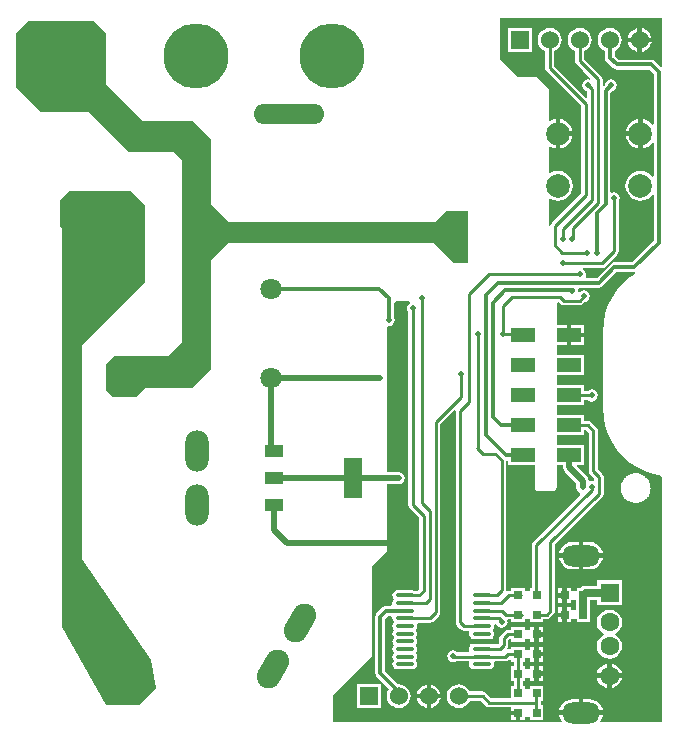
<source format=gbl>
%FSTAX23Y23*%
%MOIN*%
%SFA1B1*%

%IPPOS*%
%AMD61*
4,1,4,-0.048800,-0.005900,0.019300,-0.045200,0.048800,0.005900,-0.019300,0.045200,-0.048800,-0.005900,0.0*
1,1,0.078740,-0.014700,-0.025500*
1,1,0.078740,0.014700,0.025500*
%
%AMD62*
4,1,4,-0.019300,-0.045200,0.048800,-0.005900,0.019300,0.045200,-0.048800,0.005900,-0.019300,-0.045200,0.0*
1,1,0.078740,0.014800,-0.025500*
1,1,0.078740,-0.014800,0.025500*
%
%ADD13C,0.011810*%
%ADD24R,0.025000X0.030000*%
%ADD52C,0.020000*%
%ADD53C,0.019680*%
%ADD54C,0.010000*%
%ADD55C,0.027560*%
%ADD57C,0.062990*%
%ADD58R,0.062990X0.062990*%
%ADD59O,0.125980X0.070870*%
%ADD60O,0.078740X0.137800*%
G04~CAMADD=61~3~0.0~0.0~787.4~1378.0~0.0~0.0~0~0.0~0.0~0.0~0.0~0~0.0~0.0~0.0~0.0~0~0.0~0.0~0.0~150.0~1080.0~1298.0*
%ADD61D61*%
G04~CAMADD=62~3~0.0~0.0~787.4~1378.0~0.0~0.0~0~0.0~0.0~0.0~0.0~0~0.0~0.0~0.0~0.0~0~0.0~0.0~0.0~210.0~1080.0~1298.0*
%ADD62D62*%
%ADD63O,0.236220X0.066930*%
%ADD64C,0.086610*%
%ADD65C,0.070870*%
%ADD66C,0.078740*%
%ADD67R,0.060000X0.060000*%
%ADD68C,0.060000*%
%ADD70C,0.019680*%
%ADD71R,0.061020X0.043310*%
%ADD72R,0.061020X0.135830*%
%ADD73R,0.061020X0.043310*%
%ADD74R,0.078740X0.047240*%
%ADD75O,0.062990X0.011810*%
%ADD76C,0.216540*%
%LN86ÐÍzigbeeÖÇÄÜ²å×ù°å-1*%
%LPD*%
G36*
X0584Y0482D02*
X05835Y04818D01*
X05815Y04838*
X0581Y04841*
X05804Y04843*
X05695*
X05682Y04856*
Y04872*
X05686Y04874*
X05694Y0488*
X057Y04888*
X05704Y04898*
X05706Y04909*
X05704Y04919*
X057Y04929*
X05694Y04937*
X05686Y04943*
X05676Y04947*
X05666Y04949*
X05655Y04947*
X05645Y04943*
X05637Y04937*
X05631Y04929*
X05627Y04919*
X05625Y04909*
X05627Y04898*
X05631Y04888*
X05637Y0488*
X05645Y04874*
X05649Y04872*
Y0485*
X05651Y04843*
X05654Y04838*
X05677Y04815*
X05682Y04812*
X05689Y0481*
X05797*
X05812Y04795*
Y04628*
X05807Y04626*
X05803Y04631*
X05793Y04639*
X05781Y04644*
X05776Y04644*
Y04596*
Y04547*
X05781Y04548*
X05793Y04553*
X05803Y0456*
X05807Y04565*
X05812Y04564*
Y04454*
X05807Y04453*
X05803Y04458*
X05793Y04466*
X05781Y04471*
X05768Y04472*
X05755Y04471*
X05743Y04466*
X05733Y04458*
X05725Y04447*
X0572Y04435*
X05718Y04422*
X0572Y0441*
X05725Y04398*
X05733Y04387*
X05743Y04379*
X05755Y04374*
X05768Y04373*
X05781Y04374*
X05793Y04379*
X05803Y04387*
X05807Y04392*
X05812Y04391*
Y04239*
X0574Y04167*
X05681*
X05674Y04165*
X05669Y04162*
X05623Y04116*
X05588*
X05585Y0412*
X05585Y04121*
X05586Y04127*
X05585Y04132*
X05585Y04132*
X05584Y04134*
X0558Y04141*
X05576Y04143*
X05578Y04148*
X0564*
X05645Y04149*
X0565Y04153*
X0569Y04193*
X05694Y04198*
X05695Y04204*
Y04369*
X05697Y04373*
X05699Y04381*
X05697Y04388*
X05693Y04395*
X05686Y04399*
X05679Y04401*
X05673Y044*
X05668Y04403*
Y04732*
X05673Y04737*
X05677Y04738*
X05684Y04742*
X05688Y04749*
X0569Y04757*
X05688Y04764*
X05684Y04771*
X05677Y04775*
X0567Y04777*
X05662Y04775*
X05655Y04771*
X05651Y04764*
X0565Y0476*
X05646Y04756*
X05642Y04758*
Y04777*
X05641Y04782*
X05637Y04787*
X05581Y04844*
Y04872*
X05586Y04874*
X05594Y0488*
X056Y04888*
X05604Y04898*
X05606Y04909*
X05604Y04919*
X056Y04929*
X05594Y04937*
X05586Y04943*
X05576Y04947*
X05566Y04949*
X05555Y04947*
X05545Y04943*
X05537Y04937*
X05531Y04929*
X05527Y04919*
X05525Y04909*
X05527Y04898*
X05531Y04888*
X05537Y0488*
X05545Y04874*
X0555Y04872*
Y04838*
X05551Y04832*
X05555Y04827*
X05601Y0478*
X05599Y04776*
X05594Y04777*
X05586Y04775*
X05579Y04771*
X05575Y04764*
X05573Y04757*
X05575Y04749*
X05579Y04742*
X05586Y04738*
X05591Y04737*
Y04718*
X05587Y04716*
X05481Y04822*
Y04872*
X05486Y04874*
X05494Y0488*
X055Y04888*
X05504Y04898*
X05506Y04909*
X05504Y04919*
X055Y04929*
X05494Y04937*
X05486Y04943*
X05476Y04947*
X05466Y04949*
X05455Y04947*
X05445Y04943*
X05437Y04937*
X05431Y04929*
X05427Y04919*
X05425Y04909*
X05427Y04898*
X05431Y04888*
X05437Y0488*
X05445Y04874*
X0545Y04872*
Y04816*
X05451Y0481*
X05455Y04805*
X05571Y04688*
Y04398*
X05472Y04298*
X05468Y04293*
X05468Y04289*
X05463Y04289*
Y04378*
X05467Y0438*
X05468Y04379*
X0548Y04374*
X05493Y04373*
X05506Y04374*
X05518Y04379*
X05528Y04387*
X05536Y04398*
X05541Y0441*
X05542Y04422*
X05541Y04435*
X05536Y04447*
X05528Y04458*
X05518Y04466*
X05506Y04471*
X05493Y04472*
X0548Y04471*
X05468Y04466*
X05467Y04465*
X05463Y04467*
Y04551*
X05467Y04553*
X05468Y04553*
X0548Y04548*
X05485Y04547*
Y04596*
Y04644*
X0548Y04644*
X05468Y04639*
X05467Y04638*
X05463Y0464*
Y04745*
X05423Y04785*
X05361*
X05301Y04845*
Y04983*
X05301Y04983*
X0584*
Y0482*
G37*
G36*
X03945Y04971D02*
X03988Y04928D01*
Y04762*
X04111Y04639*
X04277*
X04336Y0458*
Y0436*
X04395Y04302*
X05084*
X05119Y04337*
X05193*
Y04164*
X05146*
X05076Y04233*
X04393*
X04336Y04176*
Y0381*
X04274Y03748*
X04117*
X04088Y03719*
X04011*
X03988Y03742*
Y03828*
X04014Y03854*
X04194*
X0424Y039*
Y0451*
X04214Y04536*
X0406*
X03929Y04667*
X03769*
X03687Y04749*
Y04932*
X03726Y04971*
X03945*
G37*
G36*
X05751Y0413D02*
X05732Y04117D01*
X05709Y04097*
X0569Y04075*
X05673Y0405*
X0566Y04024*
X0565Y03996*
X05645Y03966*
X05643Y03937*
X05643*
Y03681*
X05643*
X05645Y03651*
X0565Y03622*
X0566Y03594*
X05673Y03567*
X0569Y03542*
X05709Y0352*
X05732Y035*
X05756Y03484*
X05783Y03471*
X05811Y03461*
X05832Y03457*
X05832Y03457*
X05834Y03456*
X05837Y03454*
X05839Y03451*
X0584Y03448*
X0584*
Y02634*
X05636*
X05634Y02639*
X05637Y02643*
X05642Y02654*
X05642Y02658*
X0557*
X05498*
X05498Y02654*
X05503Y02643*
X05506Y02639*
X05504Y02634*
X04744*
Y02725*
X04873Y02854*
Y02855*
X04873Y02855*
X04874Y0286*
Y03147*
Y03151*
X04873Y03152*
X04875Y03157*
X04924Y03206*
Y03428*
X0496*
X04962Y03427*
X04969Y03429*
X04969Y03429*
X0497Y03429*
X04977Y03433*
X04981Y0344*
X04983Y03448*
X04981Y03456*
X04977Y03462*
X0497Y03466*
X04962Y03468*
X04924*
Y03951*
X04927Y03954*
X04929Y03954*
X04936Y03956*
X04943Y0396*
X04947Y03967*
X04949Y03975*
X04947Y03982*
X04945Y03986*
Y0403*
X04953Y04038*
X04998*
X04999Y04033*
X04995Y0403*
X04991Y04023*
X04989Y04016*
X04991Y04008*
X04994Y04003*
Y03358*
X04995Y03352*
X04999Y03347*
X0503Y03316*
Y03079*
X05024Y03073*
X05012*
X05008Y03074*
X04957*
X0495Y03073*
X04945Y03069*
X04942Y03064*
X0494Y03058*
X04942Y03051*
X04944Y03049*
X04945Y03045*
X04944Y03041*
X04942Y03038*
X0494Y03032*
X04941Y03028*
X04938Y03023*
X0492*
X04914Y03021*
X04909Y03018*
X04888Y02997*
X04885Y02992*
X04883Y02986*
Y02798*
X04885Y02791*
X04888Y02786*
X0493Y02744*
X04928Y02742*
X04924Y02732*
X04922Y02722*
X04924Y02711*
X04928Y02701*
X04934Y02693*
X04942Y02687*
X04952Y02683*
X04963Y02681*
X04973Y02683*
X04983Y02687*
X04991Y02693*
X04997Y02701*
X05001Y02711*
X05003Y02722*
X05001Y02732*
X04997Y02742*
X04991Y0275*
X04983Y02756*
X04973Y0276*
X04963Y02762*
X04959Y02761*
X04916Y02804*
Y02979*
X04927Y0299*
X04938*
X04941Y02985*
X0494Y02981*
X04942Y02975*
X04945Y02969*
X04944Y02964*
X04942Y02962*
X0494Y02955*
X04942Y02949*
X04944Y02946*
X04945Y02943*
X04944Y02939*
X04942Y02936*
X0494Y0293*
X04942Y02924*
X04945Y02918*
Y02916*
X04942Y0291*
X0494Y02904*
X04942Y02898*
X04944Y02895*
X04945Y02891*
X04944Y02888*
X04942Y02885*
X0494Y02879*
X04942Y02872*
X04945Y02867*
Y02864*
X04942Y02859*
X0494Y02853*
X04942Y02847*
X04944Y02844*
X04945Y0284*
X04944Y02836*
X04942Y02834*
X0494Y02827*
X04942Y02821*
X04945Y02816*
X0495Y02812*
X04957Y02811*
X05008*
X05014Y02812*
X05019Y02816*
X05023Y02821*
X05024Y02827*
X05023Y02834*
X05021Y02836*
X0502Y0284*
X05021Y02844*
X05023Y02847*
X05024Y02853*
X05023Y02859*
X05019Y02864*
Y02867*
X05023Y02872*
X05024Y02879*
X05023Y02885*
X05021Y02888*
X0502Y02891*
X05021Y02895*
X05023Y02898*
X05024Y02904*
X05023Y0291*
X05019Y02916*
Y02918*
X05023Y02924*
X05024Y0293*
X05023Y02936*
X05021Y02939*
X0502Y02943*
X05021Y02946*
X05023Y02949*
X05024Y02955*
X05023Y02961*
X05026Y02966*
X05066*
X05072Y02967*
X05077Y0297*
X05096Y0299*
X051Y02995*
X05101Y03001*
Y03628*
X05148Y03675*
X05153Y03673*
X05152Y03671*
Y02967*
X05153Y02961*
X05157Y02956*
X05168Y02944*
X05173Y02941*
X05179Y0294*
X05195*
X05198Y02935*
X05197Y0293*
X05198Y02924*
X05202Y02918*
Y02916*
X05199Y02912*
X05239*
X05278*
X05276Y02916*
Y02918*
X05279Y02924*
X05281Y0293*
X05279Y02936*
X05277Y02939*
X05276Y02943*
X05277Y02946*
X05279Y02949*
X05281Y02955*
X0528Y02958*
X05284Y02962*
X05286Y02962*
X05286Y02962*
X0529Y02955*
X05297Y02951*
X05305Y02949*
X05312Y02951*
X05319Y02955*
X05323Y02962*
X05325Y0297*
X05324Y02973*
X05327Y02977*
X05337*
Y02967*
X05382*
Y02977*
X05399*
Y02967*
X05444*
Y02977*
X05456*
X05461Y02978*
X05466Y02982*
X05478Y02994*
X05482Y02999*
X05483Y03004*
Y03227*
X0564Y03385*
X05643Y03389*
X05645Y03395*
Y03453*
X05643Y03459*
X0564Y03463*
X05626Y03478*
Y03606*
X05625Y03612*
X05621Y03617*
X05603Y03635*
X05598Y03639*
X05592Y0364*
X0558*
Y03658*
X05489*
Y03691*
X0558*
Y03709*
X05591*
Y03709*
X05598Y03705*
X05606Y03703*
X05613Y03705*
X0562Y03709*
X05624Y03716*
X05626Y03724*
X05624Y03731*
X0562Y03738*
X05613Y03742*
X05606Y03744*
X05598Y03742*
X05594Y0374*
X0558*
Y03758*
X05489*
Y03791*
X0558*
Y03858*
X05489*
Y03891*
X05523*
Y03925*
Y03958*
X05489*
Y04032*
X05493Y04034*
X05496Y04034*
X05502Y04029*
X05507Y04025*
X05513Y04024*
X05565*
X0557Y04025*
X05575Y04029*
X0558Y04034*
X05586Y04035*
X05593Y04039*
X05597Y04046*
X05599Y04054*
X05597Y04061*
X05593Y04068*
X05586Y04072*
X05579Y04074*
X05571Y04072*
X05565Y04068*
X05562Y0407*
X0556Y04071*
X05561Y04073*
X0556Y04078*
X05563Y04083*
X0563*
X05636Y04085*
X05641Y04088*
X05687Y04134*
X05747*
X05749Y04135*
X05751Y0413*
G37*
G36*
X05595Y03599D02*
Y03472D01*
X05596Y03466*
X056Y03461*
X05613Y03447*
X05613Y03442*
X05609Y03439*
X05605Y0344*
X056Y03439*
X05599Y03439*
X05594Y03442*
X05594Y03442*
X05593Y03447*
X05589Y03454*
X05556Y03486*
X05558Y03491*
X0558*
Y03558*
X05489*
Y03591*
X0558*
Y03609*
X05585*
X05595Y03599*
G37*
G36*
X05327Y03504D02*
Y03491D01*
X05416*
Y03417*
X05417Y03413*
X0542Y03409*
X05424Y03406*
X05429Y03405*
X05477*
X05481Y03406*
X05485Y03409*
X05488Y03413*
X05489Y03417*
Y03491*
X0551*
Y03484*
X05512Y03476*
X05516Y03469*
X05554Y03431*
Y03417*
X05556Y03409*
X0556Y03402*
X05566Y03398*
X05567Y03397*
X05568Y03393*
X0541Y03234*
X05406Y03229*
X05405Y03224*
Y03082*
X05399*
Y03072*
X05382*
Y03082*
X05337*
Y03073*
X05329*
X05325Y03072*
X05323Y03072*
X05322Y03073*
X0532Y03075*
Y03503*
X05321Y03504*
X05325Y03506*
X05327Y03504*
G37*
G36*
X04118Y04357D02*
Y04103D01*
X03908Y03893*
Y03178*
X04138Y02843*
X04154Y02749*
X04098Y02693*
X03988*
X03839Y02952*
Y03031*
Y04281*
X03834Y04286*
Y04374*
X03864Y04404*
X04071*
X04118Y04357*
G37*
%LN86ÐÍzigbeeÖÇÄÜ²å×ù°å-2*%
%LPC*%
G36*
X05773Y04948D02*
Y04916D01*
X05805*
X05804Y04919*
X058Y04929*
X05794Y04937*
X05786Y04943*
X05776Y04947*
X05773Y04948*
G37*
G36*
X05758D02*
X05755Y04947D01*
X05745Y04943*
X05737Y04937*
X05731Y04929*
X05727Y04919*
X05726Y04916*
X05758*
Y04948*
G37*
G36*
X05805Y04901D02*
X05773D01*
Y04869*
X05776Y0487*
X05786Y04874*
X05794Y0488*
X058Y04888*
X05804Y04898*
X05805Y04901*
G37*
G36*
X05758D02*
X05726D01*
X05727Y04898*
X05731Y04888*
X05737Y0488*
X05745Y04874*
X05755Y0487*
X05758Y04869*
Y04901*
G37*
G36*
X05406Y04949D02*
X05326D01*
Y04869*
X05406*
Y04949*
G37*
G36*
X05501Y04644D02*
Y04604D01*
X05541*
X05541Y04609*
X05536Y04621*
X05528Y04631*
X05518Y04639*
X05506Y04644*
X05501Y04644*
G37*
G36*
X0576D02*
X05755Y04644D01*
X05743Y04639*
X05733Y04631*
X05725Y04621*
X0572Y04609*
X05719Y04604*
X0576*
Y04644*
G37*
G36*
Y04588D02*
X05719D01*
X0572Y04583*
X05725Y04571*
X05733Y0456*
X05743Y04553*
X05755Y04548*
X0576Y04547*
Y04588*
G37*
G36*
X05541D02*
X05501D01*
Y04547*
X05506Y04548*
X05518Y04553*
X05528Y0456*
X05536Y04571*
X05541Y04583*
X05541Y04588*
G37*
G36*
X0558Y03958D02*
X05538D01*
Y03932*
X0558*
Y03958*
G37*
G36*
Y03917D02*
X05538D01*
Y03891*
X0558*
Y03917*
G37*
G36*
X05752Y03465D02*
X05748Y03465D01*
X05748*
X05748Y03465*
X05747Y03464*
X05746*
X05745Y03464*
X05739Y03463*
X05727Y03458*
X05722Y03455*
X05721Y03454*
X05721Y03454*
X0572Y03453*
X0572Y03453*
X05719Y03453*
X05716Y0345*
X05714Y03448*
X05714Y03447*
X05714Y03447*
X05713Y03446*
X05713Y03446*
X05712Y03445*
X05709Y0344*
X05704Y03428*
X05703Y03422*
X05703Y03421*
Y0342*
X05702Y03419*
X05702Y03419*
Y03419*
X05702Y03415*
X05702Y03411*
Y03411*
X05702Y03411*
X05703Y0341*
Y03409*
X05703Y03408*
X05704Y03402*
X05709Y0339*
X05712Y03385*
X05713Y03384*
X05713Y03384*
X05714Y03383*
X05714Y03383*
X05714Y03383*
X05716Y0338*
X05719Y03377*
X0572Y03377*
X0572Y03377*
X05721Y03376*
X05721Y03376*
X05722Y03375*
X05727Y03372*
X05739Y03367*
X05745Y03366*
X05746Y03366*
X05747*
X05748Y03366*
X05748Y03365*
X05748*
X05752Y03365*
X05756Y03365*
X05756*
X05756Y03366*
X05757Y03366*
X05758*
X05759Y03366*
X05765Y03367*
X05777Y03372*
X05781Y03375*
X05783Y03376*
X05783Y03376*
X05784Y03377*
X05784Y03377*
X05784Y03377*
X05787Y0338*
X0579Y03383*
X0579Y03383*
X0579Y03383*
X0579Y03384*
X05791Y03384*
X05792Y03385*
X05795Y0339*
X058Y03402*
X05801Y03408*
X05801Y03409*
Y0341*
X05801Y03411*
X05801Y03411*
Y03411*
X05802Y03415*
X05801Y03419*
Y03419*
X05801Y03419*
X05801Y0342*
Y03421*
X05801Y03422*
X058Y03428*
X05795Y0344*
X05792Y03445*
X05791Y03446*
X0579Y03446*
X0579Y03447*
X0579Y03447*
X0579Y03448*
X05787Y0345*
X05784Y03453*
X05784Y03453*
X05784Y03453*
X05783Y03454*
X05783Y03454*
X05781Y03455*
X05777Y03458*
X05765Y03463*
X05759Y03464*
X05758Y03464*
X05757*
X05756Y03465*
X05756Y03465*
X05756*
X05752Y03465*
G37*
G36*
X05598Y03235D02*
X05578D01*
Y03197*
X05642*
X05642Y03201*
X05637Y03212*
X0563Y03222*
X0562Y03229*
X05609Y03234*
X05598Y03235*
G37*
G36*
X05562D02*
X05542D01*
X05531Y03234*
X0552Y03229*
X0551Y03222*
X05503Y03212*
X05498Y03201*
X05498Y03197*
X05562*
Y03235*
G37*
G36*
X05642Y03182D02*
X05578D01*
Y03144*
X05598*
X05609Y03145*
X0562Y0315*
X0563Y03157*
X05637Y03167*
X05642Y03178*
X05642Y03182*
G37*
G36*
X05562D02*
X05498D01*
X05498Y03178*
X05503Y03167*
X0551Y03157*
X0552Y0315*
X05531Y03145*
X05542Y03144*
X05562*
Y03182*
G37*
G36*
X05706Y03107D02*
X05623D01*
Y0309*
X05585*
X05575Y03088*
X05568Y03083*
X05567Y03082*
X05555*
Y03072*
X05538*
Y03082*
X05523*
Y03057*
X05516*
X05523*
Y03032*
X05538*
Y03043*
X05552*
Y03007*
X05538*
Y03017*
X05523*
Y02992*
X05516*
X05523*
Y02967*
X05538*
Y02977*
X05555*
Y02967*
X056*
Y02988*
X05601Y02992*
Y03041*
X05623*
Y03024*
X05706*
Y03107*
G37*
G36*
X05508Y03082D02*
X05493D01*
Y03065*
X05508*
Y03082*
G37*
G36*
Y03049D02*
X05493D01*
Y03032*
X05508*
Y03049*
G37*
G36*
Y03017D02*
X05493D01*
Y03*
X05508*
Y03017*
G37*
G36*
Y02984D02*
X05493D01*
Y02967*
X05508*
Y02984*
G37*
G36*
X05414Y02952D02*
X05399D01*
Y02941*
X05382*
Y02952*
X05337*
Y02942*
X05326*
X0532Y02941*
X05315Y02937*
X05302Y02924*
X05298Y02919*
X05297Y02914*
Y02898*
X05293Y02894*
X05282*
X05281Y02896*
X05239*
X05199*
X052Y02895*
X05201Y02891*
X052Y02888*
X05198Y02885*
X05197Y02879*
X05198Y02873*
X05195Y02868*
X05158*
X05158Y02869*
X05151Y02873*
X05144Y02875*
X05136Y02873*
X05129Y02869*
X05125Y02862*
X05123Y02855*
X05125Y02847*
X05129Y0284*
X05136Y02836*
X05144Y02834*
X05151Y02836*
X05154Y02838*
X05195*
X05198Y02833*
X05197Y02827*
X05198Y02821*
X05202Y02816*
X05207Y02812*
X05213Y02811*
X05264*
X05271Y02812*
X05276Y02816*
X05279Y02821*
X05281Y02827*
X0528Y02833*
X05282Y02838*
X05318*
X05324Y02839*
X05329Y02842*
X05332Y02845*
X05337Y02844*
Y02836*
X05345*
Y02821*
X05337*
Y02771*
X05345*
Y02756*
X05337*
Y02715*
X0527*
X05252Y02732*
X05247Y02736*
X05242Y02737*
X05199*
X05197Y02742*
X05191Y0275*
X05183Y02756*
X05173Y0276*
X05163Y02762*
X05152Y0276*
X05142Y02756*
X05134Y0275*
X05128Y02742*
X05124Y02732*
X05122Y02722*
X05124Y02711*
X05128Y02701*
X05134Y02693*
X05142Y02687*
X05152Y02683*
X05163Y02681*
X05173Y02683*
X05183Y02687*
X05191Y02693*
X05197Y02701*
X05199Y02706*
X05235*
X05253Y02689*
X05258Y02685*
X05264Y02684*
X05337*
Y02673*
X0536*
Y02666*
X05367*
Y02641*
X05382*
Y02651*
X05399*
Y02641*
X05444*
Y02691*
X05436*
Y02706*
X05444*
Y02756*
X05399*
Y02746*
X05382*
Y02756*
X05376*
Y02771*
X05382*
Y02781*
X05399*
Y02771*
X05414*
Y02796*
Y02821*
X05399*
Y02811*
X05382*
Y02821*
X05376*
Y02836*
X05382*
Y02847*
X05399*
Y02836*
X05414*
Y02861*
Y02886*
X05399*
Y02876*
X05382*
Y02886*
X05337*
Y02877*
X05326*
X05326Y02877*
X05324Y02879*
X05324Y02881*
X05327Y02886*
X05328Y02892*
Y02907*
X05332Y02911*
X05337Y02911*
Y02902*
X05382*
Y02912*
X05399*
Y02902*
X05414*
Y02927*
Y02952*
G37*
G36*
X05444D02*
X05429D01*
Y02935*
X05444*
Y02952*
G37*
G36*
Y02919D02*
X05429D01*
Y02902*
X05444*
Y02919*
G37*
G36*
Y02886D02*
X05429D01*
Y02869*
X05444*
Y02886*
G37*
G36*
X05665Y03009D02*
X05654Y03008D01*
X05644Y03003*
X05635Y02997*
X05628Y02988*
X05624Y02978*
X05623Y02967*
X05624Y02956*
X05628Y02946*
X05635Y02937*
X05644Y02931*
X05645Y0293*
Y02925*
X05644Y02925*
X05635Y02918*
X05628Y02909*
X05624Y02899*
X05623Y02888*
X05624Y02878*
X05628Y02867*
X05635Y02859*
X05644Y02852*
X05654Y02848*
X05665Y02846*
X05675Y02848*
X05685Y02852*
X05694Y02859*
X05701Y02867*
X05705Y02878*
X05706Y02888*
X05705Y02899*
X05701Y02909*
X05694Y02918*
X05685Y02925*
X05684Y02925*
Y0293*
X05685Y02931*
X05694Y02937*
X05701Y02946*
X05705Y02956*
X05706Y02967*
X05705Y02978*
X05701Y02988*
X05694Y02997*
X05685Y03003*
X05675Y03008*
X05665Y03009*
G37*
G36*
X05444Y02854D02*
X05429D01*
Y02836*
X05444*
Y02854*
G37*
G36*
Y02821D02*
X05429D01*
Y02804*
X05444*
Y02821*
G37*
G36*
X05672Y02831D02*
Y02798D01*
X05705*
X05705Y02801*
X05701Y02811*
X05694Y0282*
X05685Y02826*
X05675Y0283*
X05672Y02831*
G37*
G36*
X05657D02*
X05654Y0283D01*
X05644Y02826*
X05635Y0282*
X05628Y02811*
X05624Y02801*
X05624Y02798*
X05657*
Y02831*
G37*
G36*
X05444Y02788D02*
X05429D01*
Y02771*
X05444*
Y02788*
G37*
G36*
X05705Y02782D02*
X05672D01*
Y02749*
X05675Y02749*
X05685Y02754*
X05694Y0276*
X05701Y02769*
X05705Y02779*
X05705Y02782*
G37*
G36*
X05657D02*
X05624D01*
X05624Y02779*
X05628Y02769*
X05635Y0276*
X05644Y02754*
X05654Y02749*
X05657Y02749*
Y02782*
G37*
G36*
X0507Y02761D02*
Y02729D01*
X05102*
X05101Y02732*
X05097Y02742*
X05091Y0275*
X05083Y02756*
X05073Y0276*
X0507Y02761*
G37*
G36*
X05055D02*
X05052Y0276D01*
X05042Y02756*
X05034Y0275*
X05028Y02742*
X05024Y02732*
X05023Y02729*
X05055*
Y02761*
G37*
G36*
X05102Y02714D02*
X0507D01*
Y02682*
X05073Y02683*
X05083Y02687*
X05091Y02693*
X05097Y02701*
X05101Y02711*
X05102Y02714*
G37*
G36*
X05055D02*
X05023D01*
X05024Y02711*
X05028Y02701*
X05034Y02693*
X05042Y02687*
X05052Y02683*
X05055Y02682*
Y02714*
G37*
G36*
X04903Y02762D02*
X04823D01*
Y02682*
X04903*
Y02762*
G37*
G36*
X05598Y02712D02*
X05578D01*
Y02674*
X05642*
X05642Y02678*
X05637Y02689*
X0563Y02698*
X0562Y02706*
X05609Y0271*
X05598Y02712*
G37*
G36*
X05562D02*
X05542D01*
X05531Y0271*
X0552Y02706*
X0551Y02698*
X05503Y02689*
X05498Y02678*
X05498Y02674*
X05562*
Y02712*
G37*
G36*
X05352Y02658D02*
X05337D01*
Y02641*
X05352*
Y02658*
G37*
%LN86ÐÍzigbeeÖÇÄÜ²å×ù°å-3*%
%LPD*%
G54D13*
X05829Y04233D02*
Y04802D01*
X05804Y04827D02*
X05829Y04802D01*
X05689Y04827D02*
X05804D01*
X05666Y0485D02*
Y04909D01*
Y0485D02*
X05689Y04827D01*
X05317Y04075D02*
X05542D01*
X05252Y03593D02*
X0532Y03525D01*
X05377*
X05293Y041D02*
X0563D01*
X05275Y04033D02*
X05317Y04075D01*
X05275Y03653D02*
Y04033D01*
X05252Y04059D02*
X05293Y041D01*
X05252Y03593D02*
Y04059D01*
X05275Y03653D02*
X05303Y03625D01*
X05377*
X05652Y04739D02*
X0567Y04757D01*
X05652Y04361D02*
Y04739D01*
X05624Y04333D02*
X05652Y04361D01*
X04929Y03975D02*
Y04048D01*
X04896Y0408D02*
X04929Y04048D01*
X04537Y0408D02*
X04896D01*
X05747Y04151D02*
X05829Y04233D01*
X0563Y041D02*
X05681Y04151D01*
X04963Y02722D02*
Y02735D01*
X049Y02798D02*
X04963Y02735D01*
X049Y02986D02*
X0492Y03006D01*
X049Y02798D02*
Y02986D01*
X0492Y03006D02*
X04982D01*
X05624Y04199D02*
Y04333D01*
X05681Y04151D02*
X05747D01*
X05238Y03058D02*
X05239D01*
X05235Y03032D02*
X05239D01*
X05233Y03006D02*
X05239D01*
G54D24*
X0536Y02731D03*
X05422D03*
Y03057D03*
X0536D03*
X05422Y02992D03*
X0536D03*
Y02927D03*
X05422D03*
Y02796D03*
X0536D03*
Y02666D03*
X05422D03*
X0536Y02861D03*
X05422D03*
X05578Y02992D03*
X05516D03*
X05578Y03057D03*
X05516D03*
G54D52*
X04589Y03233D02*
X04947D01*
X04545Y03276D02*
X04589Y03233D01*
X04545Y03276D02*
Y03357D01*
G54D53*
X04537Y03538D02*
Y03781D01*
X04545Y03448D02*
X04881D01*
X04938D02*
X04962D01*
X05575Y03417D02*
Y0344D01*
X05531Y03484D02*
X05575Y0344D01*
X05531Y03484D02*
Y03525D01*
X04881Y03448D02*
X04938D01*
X04879Y03781D02*
X04901D01*
X04537D02*
X04879D01*
X04881Y03448D02*
D01*
X05665Y0279D02*
X0567D01*
G54D54*
X05543Y04245D02*
Y04282D01*
X05566Y04838D02*
Y04909D01*
Y04838D02*
X05627Y04777D01*
Y04366D02*
Y04777D01*
X05361Y02731D02*
Y02861D01*
X05144Y02853D02*
X05239D01*
X05611Y03472D02*
X05629Y03453D01*
X05468Y03234D02*
X05629Y03395D01*
Y03453*
X05611Y03472D02*
Y03606D01*
X05592Y03625D02*
X05611Y03606D01*
X05531Y03625D02*
X05592D01*
X05531Y03725D02*
X05606D01*
X05421Y03057D02*
Y03224D01*
X05605Y03408D02*
Y0342D01*
X05421Y027D02*
Y02731D01*
Y02666D02*
Y027D01*
X05305Y0297D02*
Y02972D01*
X05296Y02981D02*
X05305Y02972D01*
X05239Y02981D02*
X05296D01*
X05508Y04199D02*
X05591D01*
X05483Y04224D02*
X05508Y04199D01*
X05483Y04224D02*
Y04288D01*
X05587Y04392*
X05565Y0404D02*
X05579Y04054D01*
X05513Y0404D02*
X05565D01*
X055Y04053D02*
X05513Y0404D01*
X0534Y04053D02*
X055D01*
X0531Y04023D02*
X0534Y04053D01*
X0531Y03927D02*
Y04023D01*
X05421Y03224D02*
X05605Y03408D01*
X05198Y04063D02*
X05262Y04127D01*
X05571*
X05375Y03927D02*
X05377Y03925D01*
X0531Y03927D02*
X05375D01*
X05225Y03551D02*
Y03927D01*
X05223Y03549D02*
X05225Y03551D01*
X0568Y04204D02*
Y04381D01*
X05198Y03701D02*
Y04063D01*
X05244Y03527D02*
X05284D01*
X05223Y03549D02*
X05244Y03527D01*
X05284D02*
X05305Y03507D01*
Y03074D02*
Y03507D01*
X05168Y03671D02*
X05198Y03701D01*
X05168Y02967D02*
Y03671D01*
X0536Y02861D02*
X05361D01*
X05326D02*
X0536D01*
X05594Y04757D02*
X05607Y04744D01*
X0564Y04164D02*
X0568Y04204D01*
X0551Y04164D02*
X0564D01*
X05039Y03365D02*
Y04047D01*
X0501Y03358D02*
Y04016D01*
Y03358D02*
X05046Y03322D01*
X05239Y02853D02*
X05318D01*
X05163Y02722D02*
X05242D01*
X05264Y027*
X05421*
X05607Y04376D02*
Y04744D01*
X05466Y04816D02*
X05587Y04695D01*
Y04392D02*
Y04695D01*
X0551Y04279D02*
X05607Y04376D01*
X05543Y04282D02*
X05627Y04366D01*
X05318Y02853D02*
X05326Y02861D01*
X05326Y02927D02*
X05361D01*
X05313Y02914D02*
X05326Y02927D01*
X05313Y02892D02*
Y02914D01*
X053Y02879D02*
X05313Y02892D01*
X05239Y02879D02*
X053D01*
X0551Y04245D02*
Y04279D01*
X05466Y04816D02*
Y04909D01*
X0517Y03719D02*
Y03795D01*
X05086Y03635D02*
X0517Y03719D01*
X05086Y03001D02*
Y03635D01*
X05168Y02967D02*
X05179Y02955D01*
X05239*
X05046Y03073D02*
Y03322D01*
X05031Y03058D02*
X05046Y03073D01*
X05039Y03365D02*
X05066Y03338D01*
Y03046D02*
Y03338D01*
X05052Y03032D02*
X05066Y03046D01*
X05066Y02981D02*
X05086Y03001D01*
X05289Y03058D02*
X05305Y03074D01*
X05468Y03004D02*
Y03234D01*
X04982Y03058D02*
X05031D01*
X04982Y02981D02*
X05066D01*
X04982Y03032D02*
X05052D01*
X05456Y02993D02*
X05468Y03004D01*
X05432Y02993D02*
X05456D01*
X05329Y03057D02*
X05371D01*
X05304Y03032D02*
X05329Y03057D01*
X05239Y03032D02*
X05304D01*
X05239Y03058D02*
X05289D01*
X05319Y02993D02*
X05372D01*
X05305Y03006D02*
X05319Y02993D01*
X05239Y03006D02*
X05305D01*
G54D55*
X05577Y02992D02*
Y03057D01*
X05585Y03066*
X05665*
G54D57*
X05665Y0279D03*
Y02888D03*
Y02967D03*
G54D58*
X05665Y03066D03*
G54D59*
X0557Y0319D03*
Y02666D03*
G54D60*
X04289Y03538D03*
Y0336D03*
G54D61*
X04544Y02811D03*
X04633Y02965D03*
G54D62*
X04034Y02811D03*
X03946Y02965D03*
G54D63*
X04597Y04662D03*
X03986Y04327D03*
G54D64*
X03937Y04076D03*
X04037Y03785D03*
G54D65*
X04537Y03781D03*
Y0408D03*
G54D66*
X05493Y04596D03*
X05768Y04422D03*
Y04596D03*
X05493Y04422D03*
G54D67*
X04863Y02722D03*
X05366Y04909D03*
G54D68*
X04963Y02722D03*
X05063D03*
X05163D03*
X05766Y04909D03*
X05666D03*
X05566D03*
X05466D03*
G54D70*
X04949Y03198D03*
X0495Y0331D03*
X05116Y03468D03*
X0514Y036D03*
X05701Y03507D03*
X05632Y03646D03*
X0562Y0377D03*
Y03838D03*
Y03906D03*
Y03974D03*
X05591Y04199D03*
X05579Y04054D03*
X05606Y03724D03*
X05605Y0342D03*
X05541Y04073D03*
X05566Y04127D03*
X0531Y03927D03*
X05225D03*
X05544Y03576D03*
X05661Y04072D03*
X05768Y04293D03*
X05799Y0451D03*
X05553Y04538D03*
X05706D03*
X05042Y0284D03*
X05109Y02829D03*
X05174Y02889D03*
X05506Y02734D03*
X05698Y02669D03*
X05505Y03115D03*
X0567Y03233D03*
X05628Y03277D03*
X05723Y03305D03*
X05778Y03251D03*
X05705Y03191D03*
X05652Y03362D03*
X05396Y0331D03*
X05378Y03437D03*
X05355Y03463D03*
X05338Y03299D03*
X05342Y0315D03*
X05368Y03142D03*
X05654Y03571D03*
X05816Y02654D03*
X05812Y02985D03*
Y03011D03*
X05686Y03151D03*
X05721D03*
X0558Y02901D03*
X05579Y02874D03*
Y02848D03*
Y02823D03*
X04765Y02721D03*
Y02652D03*
X04905Y03124D03*
Y03049D03*
X04929Y02929D03*
Y02813D03*
X05246Y02783D03*
X0527D03*
X05473Y0337D03*
X05411Y03291D03*
X05017Y0331D03*
Y03198D03*
Y03124D03*
X04976Y03605D03*
X04975Y0368D03*
Y03756D03*
X04974Y03922D03*
X05766Y0474D03*
X05793D03*
X05525Y03392D03*
X05344Y03121D03*
X05706Y04509D03*
X05553D03*
X05799Y0425D03*
X05768Y04223D03*
X05575Y03417D03*
Y0344D03*
X05767Y0425D03*
X05144Y02855D03*
X05305Y0297D03*
X04938Y03448D03*
X04962Y03448D03*
X0567Y04757D03*
X05624Y04199D03*
X05541Y04245D03*
X0551D03*
X05679Y04381D03*
X0551Y04164D03*
X05594Y04757D03*
X0517Y03795D03*
X05039Y04047D03*
X0501Y04016D03*
X04901Y03781D03*
X04879D03*
X04929Y03975D03*
X05165Y04325D03*
Y04178D03*
X05105Y0423D03*
Y04255D03*
Y0428D03*
Y04305D03*
G54D71*
X04545Y03448D03*
Y03538D03*
G54D72*
X04811Y03448D03*
G54D73*
X04545Y03357D03*
G54D74*
X05531Y03925D03*
X05377D03*
Y03825D03*
X05531D03*
Y03725D03*
X05377D03*
X05531Y03625D03*
Y03525D03*
X05377Y03625D03*
Y03525D03*
G54D75*
X04982Y02827D03*
Y02853D03*
Y02879D03*
Y02904D03*
Y0293D03*
Y02955D03*
Y02981D03*
Y03006D03*
Y03032D03*
Y03058D03*
X05239Y02827D03*
Y02853D03*
Y02879D03*
Y02904D03*
Y0293D03*
Y02955D03*
Y02981D03*
Y03006D03*
Y03032D03*
Y03058D03*
G54D76*
X03835Y04856D03*
X04288D03*
X04741D03*
M02*
</source>
